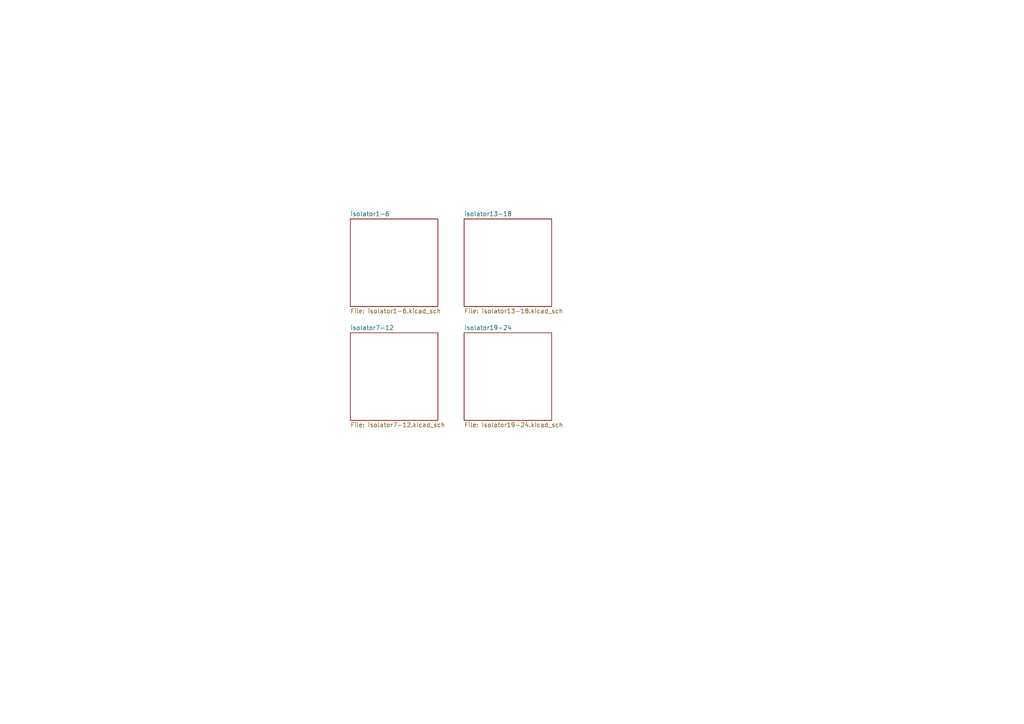
<source format=kicad_sch>
(kicad_sch
	(version 20250114)
	(generator "eeschema")
	(generator_version "9.0")
	(uuid "af0b110a-081c-4221-9b9c-b357d19298d4")
	(paper "A4")
	(lib_symbols)
	(sheet
		(at 101.6 63.5)
		(size 25.4 25.4)
		(exclude_from_sim no)
		(in_bom yes)
		(on_board yes)
		(dnp no)
		(fields_autoplaced yes)
		(stroke
			(width 0.1524)
			(type solid)
		)
		(fill
			(color 0 0 0 0.0000)
		)
		(uuid "00e7da0a-ab88-4f71-b526-2b6a13d48ae6")
		(property "Sheetname" "isolator1-6"
			(at 101.6 62.7884 0)
			(effects
				(font
					(size 1.27 1.27)
				)
				(justify left bottom)
			)
		)
		(property "Sheetfile" "isolator1-6.kicad_sch"
			(at 101.6 89.4846 0)
			(effects
				(font
					(size 1.27 1.27)
				)
				(justify left top)
			)
		)
		(instances
			(project "dacboard"
				(path "/35cb74e4-0f64-454b-9b50-bfac13ed28a5/aa29c8cf-30d3-42fb-af9f-76a3f2cfb7cd"
					(page "14")
				)
			)
		)
	)
	(sheet
		(at 101.6 96.52)
		(size 25.4 25.4)
		(exclude_from_sim no)
		(in_bom yes)
		(on_board yes)
		(dnp no)
		(fields_autoplaced yes)
		(stroke
			(width 0.1524)
			(type solid)
		)
		(fill
			(color 0 0 0 0.0000)
		)
		(uuid "0e2fa09d-8c8f-45a8-9297-00db6f764e5f")
		(property "Sheetname" "isolator7-12"
			(at 101.6 95.8084 0)
			(effects
				(font
					(size 1.27 1.27)
				)
				(justify left bottom)
			)
		)
		(property "Sheetfile" "isolator7-12.kicad_sch"
			(at 101.6 122.5046 0)
			(effects
				(font
					(size 1.27 1.27)
				)
				(justify left top)
			)
		)
		(instances
			(project "dacboard"
				(path "/35cb74e4-0f64-454b-9b50-bfac13ed28a5/aa29c8cf-30d3-42fb-af9f-76a3f2cfb7cd"
					(page "15")
				)
			)
		)
	)
	(sheet
		(at 134.62 63.5)
		(size 25.4 25.4)
		(exclude_from_sim no)
		(in_bom yes)
		(on_board yes)
		(dnp no)
		(fields_autoplaced yes)
		(stroke
			(width 0.1524)
			(type solid)
		)
		(fill
			(color 0 0 0 0.0000)
		)
		(uuid "927e4a45-4c7c-4594-96ca-93b437b33ec1")
		(property "Sheetname" "isolator13-18"
			(at 134.62 62.7884 0)
			(effects
				(font
					(size 1.27 1.27)
				)
				(justify left bottom)
			)
		)
		(property "Sheetfile" "isolator13-18.kicad_sch"
			(at 134.62 89.4846 0)
			(effects
				(font
					(size 1.27 1.27)
				)
				(justify left top)
			)
		)
		(instances
			(project "dacboard"
				(path "/35cb74e4-0f64-454b-9b50-bfac13ed28a5/aa29c8cf-30d3-42fb-af9f-76a3f2cfb7cd"
					(page "16")
				)
			)
		)
	)
	(sheet
		(at 134.62 96.52)
		(size 25.4 25.4)
		(exclude_from_sim no)
		(in_bom yes)
		(on_board yes)
		(dnp no)
		(fields_autoplaced yes)
		(stroke
			(width 0.1524)
			(type solid)
		)
		(fill
			(color 0 0 0 0.0000)
		)
		(uuid "bbc9cb59-bcf7-4c15-be5a-67595b0f7df7")
		(property "Sheetname" "isolator19-24"
			(at 134.62 95.8084 0)
			(effects
				(font
					(size 1.27 1.27)
				)
				(justify left bottom)
			)
		)
		(property "Sheetfile" "isolator19-24.kicad_sch"
			(at 134.62 122.5046 0)
			(effects
				(font
					(size 1.27 1.27)
				)
				(justify left top)
			)
		)
		(instances
			(project "dacboard"
				(path "/35cb74e4-0f64-454b-9b50-bfac13ed28a5/aa29c8cf-30d3-42fb-af9f-76a3f2cfb7cd"
					(page "17")
				)
			)
		)
	)
)

</source>
